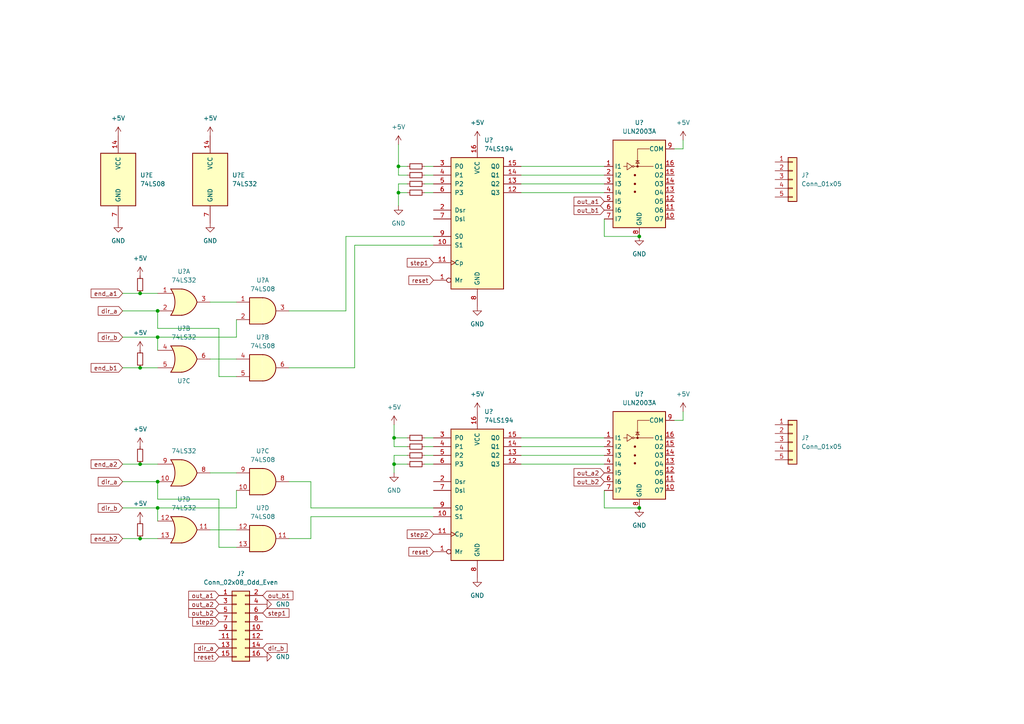
<source format=kicad_sch>
(kicad_sch (version 20211123) (generator eeschema)
  (paper "A4")
  (lib_symbols
    (symbol "74xx:74LS08" (pin_names (offset 1.016))
      (property "Reference" "U" (at 0 1.27 0))
      (property "Value" "74LS08" (at 0 -1.27 0))
      (symbol "74LS08_1_1"
        (arc (start 0 -3.81) (mid 3.81 0) (end 0 3.81) (stroke (width 0.254)) (fill (type background)))
        (polyline (pts (xy 0 3.81) (xy -3.81 3.81) (xy -3.81 -3.81) (xy 0 -3.81)) (stroke (width 0.254)) (fill (type background)))
        (pin input line (at -7.62 2.54 0) (length 3.81) (name "~") (number "1"))
        (pin input line (at -7.62 -2.54 0) (length 3.81) (name "~") (number "2"))
        (pin output line (at 7.62 0 180) (length 3.81) (name "~") (number "3"))
      )
      (symbol "74LS08_1_2"
        (arc (start -3.81 -3.81) (mid -2.589 0) (end -3.81 3.81) (stroke (width 0.254)))
        (arc (start -0.6096 -3.81) (mid 2.1842 -2.5851) (end 3.81 0) (stroke (width 0.254)) (fill (type background)))
        (polyline (pts (xy -3.81 -3.81) (xy -0.635 -3.81)) (stroke (width 0.254)) (fill (type background)))
        (polyline (pts (xy -3.81 3.81) (xy -0.635 3.81)) (stroke (width 0.254)) (fill (type background)))
        (polyline (pts (xy -0.635 3.81) (xy -3.81 3.81) (xy -3.81 3.81) (xy -3.556 3.4036) (xy -3.0226 2.2606) (xy -2.6924 1.0414) (xy -2.6162 -0.254) (xy -2.7686 -1.4986) (xy -3.175 -2.7178) (xy -3.81 -3.81) (xy -3.81 -3.81) (xy -0.635 -3.81)) (stroke (width -25.4)) (fill (type background)))
        (arc (start 3.81 0) (mid 2.1915 2.5936) (end -0.6096 3.81) (stroke (width 0.254)) (fill (type background)))
        (pin input inverted (at -7.62 2.54 0) (length 4.318) (name "~") (number "1"))
        (pin input inverted (at -7.62 -2.54 0) (length 4.318) (name "~") (number "2"))
        (pin output inverted (at 7.62 0 180) (length 3.81) (name "~") (number "3"))
      )
      (symbol "74LS08_2_1"
        (arc (start 0 -3.81) (mid 3.81 0) (end 0 3.81) (stroke (width 0.254)) (fill (type background)))
        (polyline (pts (xy 0 3.81) (xy -3.81 3.81) (xy -3.81 -3.81) (xy 0 -3.81)) (stroke (width 0.254)) (fill (type background)))
        (pin input line (at -7.62 2.54 0) (length 3.81) (name "~") (number "4"))
        (pin input line (at -7.62 -2.54 0) (length 3.81) (name "~") (number "5"))
        (pin output line (at 7.62 0 180) (length 3.81) (name "~") (number "6"))
      )
      (symbol "74LS08_2_2"
        (arc (start -3.81 -3.81) (mid -2.589 0) (end -3.81 3.81) (stroke (width 0.254)))
        (arc (start -0.6096 -3.81) (mid 2.1842 -2.5851) (end 3.81 0) (stroke (width 0.254)) (fill (type background)))
        (polyline (pts (xy -3.81 -3.81) (xy -0.635 -3.81)) (stroke (width 0.254)) (fill (type background)))
        (polyline (pts (xy -3.81 3.81) (xy -0.635 3.81)) (stroke (width 0.254)) (fill (type background)))
        (polyline (pts (xy -0.635 3.81) (xy -3.81 3.81) (xy -3.81 3.81) (xy -3.556 3.4036) (xy -3.0226 2.2606) (xy -2.6924 1.0414) (xy -2.6162 -0.254) (xy -2.7686 -1.4986) (xy -3.175 -2.7178) (xy -3.81 -3.81) (xy -3.81 -3.81) (xy -0.635 -3.81)) (stroke (width -25.4)) (fill (type background)))
        (arc (start 3.81 0) (mid 2.1915 2.5936) (end -0.6096 3.81) (stroke (width 0.254)) (fill (type background)))
        (pin input inverted (at -7.62 2.54 0) (length 4.318) (name "~") (number "4"))
        (pin input inverted (at -7.62 -2.54 0) (length 4.318) (name "~") (number "5"))
        (pin output inverted (at 7.62 0 180) (length 3.81) (name "~") (number "6"))
      )
      (symbol "74LS08_3_1"
        (arc (start 0 -3.81) (mid 3.81 0) (end 0 3.81) (stroke (width 0.254)) (fill (type background)))
        (polyline (pts (xy 0 3.81) (xy -3.81 3.81) (xy -3.81 -3.81) (xy 0 -3.81)) (stroke (width 0.254)) (fill (type background)))
        (pin input line (at -7.62 -2.54 0) (length 3.81) (name "~") (number "10"))
        (pin output line (at 7.62 0 180) (length 3.81) (name "~") (number "8"))
        (pin input line (at -7.62 2.54 0) (length 3.81) (name "~") (number "9"))
      )
      (symbol "74LS08_3_2"
        (arc (start -3.81 -3.81) (mid -2.589 0) (end -3.81 3.81) (stroke (width 0.254)))
        (arc (start -0.6096 -3.81) (mid 2.1842 -2.5851) (end 3.81 0) (stroke (width 0.254)) (fill (type background)))
        (polyline (pts (xy -3.81 -3.81) (xy -0.635 -3.81)) (stroke (width 0.254)) (fill (type background)))
        (polyline (pts (xy -3.81 3.81) (xy -0.635 3.81)) (stroke (width 0.254)) (fill (type background)))
        (polyline (pts (xy -0.635 3.81) (xy -3.81 3.81) (xy -3.81 3.81) (xy -3.556 3.4036) (xy -3.0226 2.2606) (xy -2.6924 1.0414) (xy -2.6162 -0.254) (xy -2.7686 -1.4986) (xy -3.175 -2.7178) (xy -3.81 -3.81) (xy -3.81 -3.81) (xy -0.635 -3.81)) (stroke (width -25.4)) (fill (type background)))
        (arc (start 3.81 0) (mid 2.1915 2.5936) (end -0.6096 3.81) (stroke (width 0.254)) (fill (type background)))
        (pin input inverted (at -7.62 -2.54 0) (length 4.318) (name "~") (number "10"))
        (pin output inverted (at 7.62 0 180) (length 3.81) (name "~") (number "8"))
        (pin input inverted (at -7.62 2.54 0) (length 4.318) (name "~") (number "9"))
      )
      (symbol "74LS08_4_1"
        (arc (start 0 -3.81) (mid 3.81 0) (end 0 3.81) (stroke (width 0.254)) (fill (type background)))
        (polyline (pts (xy 0 3.81) (xy -3.81 3.81) (xy -3.81 -3.81) (xy 0 -3.81)) (stroke (width 0.254)) (fill (type background)))
        (pin output line (at 7.62 0 180) (length 3.81) (name "~") (number "11"))
        (pin input line (at -7.62 2.54 0) (length 3.81) (name "~") (number "12"))
        (pin input line (at -7.62 -2.54 0) (length 3.81) (name "~") (number "13"))
      )
      (symbol "74LS08_4_2"
        (arc (start -3.81 -3.81) (mid -2.589 0) (end -3.81 3.81) (stroke (width 0.254)))
        (arc (start -0.6096 -3.81) (mid 2.1842 -2.5851) (end 3.81 0) (stroke (width 0.254)) (fill (type background)))
        (polyline (pts (xy -3.81 -3.81) (xy -0.635 -3.81)) (stroke (width 0.254)) (fill (type background)))
        (polyline (pts (xy -3.81 3.81) (xy -0.635 3.81)) (stroke (width 0.254)) (fill (type background)))
        (polyline (pts (xy -0.635 3.81) (xy -3.81 3.81) (xy -3.81 3.81) (xy -3.556 3.4036) (xy -3.0226 2.2606) (xy -2.6924 1.0414) (xy -2.6162 -0.254) (xy -2.7686 -1.4986) (xy -3.175 -2.7178) (xy -3.81 -3.81) (xy -3.81 -3.81) (xy -0.635 -3.81)) (stroke (width -25.4)) (fill (type background)))
        (arc (start 3.81 0) (mid 2.1915 2.5936) (end -0.6096 3.81) (stroke (width 0.254)) (fill (type background)))
        (pin output inverted (at 7.62 0 180) (length 3.81) (name "~") (number "11"))
        (pin input inverted (at -7.62 2.54 0) (length 4.318) (name "~") (number "12"))
        (pin input inverted (at -7.62 -2.54 0) (length 4.318) (name "~") (number "13"))
      )
      (symbol "74LS08_5_0"
        (pin power_in line (at 0 12.7 270) (length 5.08) (name "VCC") (number "14"))
        (pin power_in line (at 0 -12.7 90) (length 5.08) (name "GND") (number "7"))
      )
      (symbol "74LS08_5_1"
        (rectangle (start -5.08 7.62) (end 5.08 -7.62) (stroke (width 0.254)) (fill (type background)))
      )
    )
    (symbol "74xx:74LS194" (pin_names (offset 1.016))
      (property "Reference" "U" (at -7.62 19.05 0))
      (property "Value" "74LS194" (at -7.62 -21.59 0))
      (symbol "74LS194_1_0"
        (pin input inverted (at -12.7 -17.78 0) (length 5.08) (name "Mr") (number "1"))
        (pin input line (at -12.7 -7.62 0) (length 5.08) (name "S1") (number "10"))
        (pin input clock (at -12.7 -12.7 0) (length 5.08) (name "Cp") (number "11"))
        (pin output line (at 12.7 7.62 180) (length 5.08) (name "Q3") (number "12"))
        (pin output line (at 12.7 10.16 180) (length 5.08) (name "Q2") (number "13"))
        (pin output line (at 12.7 12.7 180) (length 5.08) (name "Q1") (number "14"))
        (pin output line (at 12.7 15.24 180) (length 5.08) (name "Q0") (number "15"))
        (pin power_in line (at 0 22.86 270) (length 5.08) (name "VCC") (number "16"))
        (pin input line (at -12.7 2.54 0) (length 5.08) (name "Dsr") (number "2"))
        (pin input line (at -12.7 15.24 0) (length 5.08) (name "P0") (number "3"))
        (pin input line (at -12.7 12.7 0) (length 5.08) (name "P1") (number "4"))
        (pin input line (at -12.7 10.16 0) (length 5.08) (name "P2") (number "5"))
        (pin input line (at -12.7 7.62 0) (length 5.08) (name "P3") (number "6"))
        (pin input line (at -12.7 0 0) (length 5.08) (name "Dsl") (number "7"))
        (pin power_in line (at 0 -25.4 90) (length 5.08) (name "GND") (number "8"))
        (pin input line (at -12.7 -5.08 0) (length 5.08) (name "S0") (number "9"))
      )
      (symbol "74LS194_1_1"
        (rectangle (start -7.62 17.78) (end 7.62 -20.32) (stroke (width 0.254)) (fill (type background)))
      )
    )
    (symbol "74xx:74LS32" (pin_names (offset 1.016))
      (property "Reference" "U" (at 0 1.27 0))
      (property "Value" "74LS32" (at 0 -1.27 0))
      (symbol "74LS32_1_1"
        (arc (start -3.81 -3.81) (mid -2.589 0) (end -3.81 3.81) (stroke (width 0.254)))
        (arc (start -0.6096 -3.81) (mid 2.1842 -2.5851) (end 3.81 0) (stroke (width 0.254)) (fill (type background)))
        (polyline (pts (xy -3.81 -3.81) (xy -0.635 -3.81)) (stroke (width 0.254)) (fill (type background)))
        (polyline (pts (xy -3.81 3.81) (xy -0.635 3.81)) (stroke (width 0.254)) (fill (type background)))
        (polyline (pts (xy -0.635 3.81) (xy -3.81 3.81) (xy -3.81 3.81) (xy -3.556 3.4036) (xy -3.0226 2.2606) (xy -2.6924 1.0414) (xy -2.6162 -0.254) (xy -2.7686 -1.4986) (xy -3.175 -2.7178) (xy -3.81 -3.81) (xy -3.81 -3.81) (xy -0.635 -3.81)) (stroke (width -25.4)) (fill (type background)))
        (arc (start 3.81 0) (mid 2.1915 2.5936) (end -0.6096 3.81) (stroke (width 0.254)) (fill (type background)))
        (pin input line (at -7.62 2.54 0) (length 4.318) (name "~") (number "1"))
        (pin input line (at -7.62 -2.54 0) (length 4.318) (name "~") (number "2"))
        (pin output line (at 7.62 0 180) (length 3.81) (name "~") (number "3"))
      )
      (symbol "74LS32_1_2"
        (arc (start 0 -3.81) (mid 3.81 0) (end 0 3.81) (stroke (width 0.254)) (fill (type background)))
        (polyline (pts (xy 0 3.81) (xy -3.81 3.81) (xy -3.81 -3.81) (xy 0 -3.81)) (stroke (width 0.254)) (fill (type background)))
        (pin input inverted (at -7.62 2.54 0) (length 3.81) (name "~") (number "1"))
        (pin input inverted (at -7.62 -2.54 0) (length 3.81) (name "~") (number "2"))
        (pin output inverted (at 7.62 0 180) (length 3.81) (name "~") (number "3"))
      )
      (symbol "74LS32_2_1"
        (arc (start -3.81 -3.81) (mid -2.589 0) (end -3.81 3.81) (stroke (width 0.254)))
        (arc (start -0.6096 -3.81) (mid 2.1842 -2.5851) (end 3.81 0) (stroke (width 0.254)) (fill (type background)))
        (polyline (pts (xy -3.81 -3.81) (xy -0.635 -3.81)) (stroke (width 0.254)) (fill (type background)))
        (polyline (pts (xy -3.81 3.81) (xy -0.635 3.81)) (stroke (width 0.254)) (fill (type background)))
        (polyline (pts (xy -0.635 3.81) (xy -3.81 3.81) (xy -3.81 3.81) (xy -3.556 3.4036) (xy -3.0226 2.2606) (xy -2.6924 1.0414) (xy -2.6162 -0.254) (xy -2.7686 -1.4986) (xy -3.175 -2.7178) (xy -3.81 -3.81) (xy -3.81 -3.81) (xy -0.635 -3.81)) (stroke (width -25.4)) (fill (type background)))
        (arc (start 3.81 0) (mid 2.1915 2.5936) (end -0.6096 3.81) (stroke (width 0.254)) (fill (type background)))
        (pin input line (at -7.62 2.54 0) (length 4.318) (name "~") (number "4"))
        (pin input line (at -7.62 -2.54 0) (length 4.318) (name "~") (number "5"))
        (pin output line (at 7.62 0 180) (length 3.81) (name "~") (number "6"))
      )
      (symbol "74LS32_2_2"
        (arc (start 0 -3.81) (mid 3.81 0) (end 0 3.81) (stroke (width 0.254)) (fill (type background)))
        (polyline (pts (xy 0 3.81) (xy -3.81 3.81) (xy -3.81 -3.81) (xy 0 -3.81)) (stroke (width 0.254)) (fill (type background)))
        (pin input inverted (at -7.62 2.54 0) (length 3.81) (name "~") (number "4"))
        (pin input inverted (at -7.62 -2.54 0) (length 3.81) (name "~") (number "5"))
        (pin output inverted (at 7.62 0 180) (length 3.81) (name "~") (number "6"))
      )
      (symbol "74LS32_3_1"
        (arc (start -3.81 -3.81) (mid -2.589 0) (end -3.81 3.81) (stroke (width 0.254)))
        (arc (start -0.6096 -3.81) (mid 2.1842 -2.5851) (end 3.81 0) (stroke (width 0.254)) (fill (type background)))
        (polyline (pts (xy -3.81 -3.81) (xy -0.635 -3.81)) (stroke (width 0.254)) (fill (type background)))
        (polyline (pts (xy -3.81 3.81) (xy -0.635 3.81)) (stroke (width 0.254)) (fill (type background)))
        (polyline (pts (xy -0.635 3.81) (xy -3.81 3.81) (xy -3.81 3.81) (xy -3.556 3.4036) (xy -3.0226 2.2606) (xy -2.6924 1.0414) (xy -2.6162 -0.254) (xy -2.7686 -1.4986) (xy -3.175 -2.7178) (xy -3.81 -3.81) (xy -3.81 -3.81) (xy -0.635 -3.81)) (stroke (width -25.4)) (fill (type background)))
        (arc (start 3.81 0) (mid 2.1915 2.5936) (end -0.6096 3.81) (stroke (width 0.254)) (fill (type background)))
        (pin input line (at -7.62 -2.54 0) (length 4.318) (name "~") (number "10"))
        (pin output line (at 7.62 0 180) (length 3.81) (name "~") (number "8"))
        (pin input line (at -7.62 2.54 0) (length 4.318) (name "~") (number "9"))
      )
      (symbol "74LS32_3_2"
        (arc (start 0 -3.81) (mid 3.81 0) (end 0 3.81) (stroke (width 0.254)) (fill (type background)))
        (polyline (pts (xy 0 3.81) (xy -3.81 3.81) (xy -3.81 -3.81) (xy 0 -3.81)) (stroke (width 0.254)) (fill (type background)))
        (pin input inverted (at -7.62 -2.54 0) (length 3.81) (name "~") (number "10"))
        (pin output inverted (at 7.62 0 180) (length 3.81) (name "~") (number "8"))
        (pin input inverted (at -7.62 2.54 0) (length 3.81) (name "~") (number "9"))
      )
      (symbol "74LS32_4_1"
        (arc (start -3.81 -3.81) (mid -2.589 0) (end -3.81 3.81) (stroke (width 0.254)))
        (arc (start -0.6096 -3.81) (mid 2.1842 -2.5851) (end 3.81 0) (stroke (width 0.254)) (fill (type background)))
        (polyline (pts (xy -3.81 -3.81) (xy -0.635 -3.81)) (stroke (width 0.254)) (fill (type background)))
        (polyline (pts (xy -3.81 3.81) (xy -0.635 3.81)) (stroke (width 0.254)) (fill (type background)))
        (polyline (pts (xy -0.635 3.81) (xy -3.81 3.81) (xy -3.81 3.81) (xy -3.556 3.4036) (xy -3.0226 2.2606) (xy -2.6924 1.0414) (xy -2.6162 -0.254) (xy -2.7686 -1.4986) (xy -3.175 -2.7178) (xy -3.81 -3.81) (xy -3.81 -3.81) (xy -0.635 -3.81)) (stroke (width -25.4)) (fill (type background)))
        (arc (start 3.81 0) (mid 2.1915 2.5936) (end -0.6096 3.81) (stroke (width 0.254)) (fill (type background)))
        (pin output line (at 7.62 0 180) (length 3.81) (name "~") (number "11"))
        (pin input line (at -7.62 2.54 0) (length 4.318) (name "~") (number "12"))
        (pin input line (at -7.62 -2.54 0) (length 4.318) (name "~") (number "13"))
      )
      (symbol "74LS32_4_2"
        (arc (start 0 -3.81) (mid 3.81 0) (end 0 3.81) (stroke (width 0.254)) (fill (type background)))
        (polyline (pts (xy 0 3.81) (xy -3.81 3.81) (xy -3.81 -3.81) (xy 0 -3.81)) (stroke (width 0.254)) (fill (type background)))
        (pin output inverted (at 7.62 0 180) (length 3.81) (name "~") (number "11"))
        (pin input inverted (at -7.62 2.54 0) (length 3.81) (name "~") (number "12"))
        (pin input inverted (at -7.62 -2.54 0) (length 3.81) (name "~") (number "13"))
      )
      (symbol "74LS32_5_0"
        (pin power_in line (at 0 12.7 270) (length 5.08) (name "VCC") (number "14"))
        (pin power_in line (at 0 -12.7 90) (length 5.08) (name "GND") (number "7"))
      )
      (symbol "74LS32_5_1"
        (rectangle (start -5.08 7.62) (end 5.08 -7.62) (stroke (width 0.254)) (fill (type background)))
      )
    )
    (symbol "Connector_Generic:Conn_01x05" (pin_names (offset 1.016) hide)
      (property "Reference" "J" (at 0 7.62 0))
      (property "Value" "Conn_01x05" (at 0 -7.62 0))
      (symbol "Conn_01x05_1_1"
        (rectangle (start -1.27 -4.953) (end 0 -5.207) (stroke (width 0.1524)))
        (rectangle (start -1.27 -2.413) (end 0 -2.667) (stroke (width 0.1524)))
        (rectangle (start -1.27 0.127) (end 0 -0.127) (stroke (width 0.1524)))
        (rectangle (start -1.27 2.667) (end 0 2.413) (stroke (width 0.1524)))
        (rectangle (start -1.27 5.207) (end 0 4.953) (stroke (width 0.1524)))
        (rectangle (start -1.27 6.35) (end 1.27 -6.35) (stroke (width 0.254)) (fill (type background)))
        (pin passive line (at -5.08 5.08 0) (length 3.81) (name "Pin_1") (number "1"))
        (pin passive line (at -5.08 2.54 0) (length 3.81) (name "Pin_2") (number "2"))
        (pin passive line (at -5.08 0 0) (length 3.81) (name "Pin_3") (number "3"))
        (pin passive line (at -5.08 -2.54 0) (length 3.81) (name "Pin_4") (number "4"))
        (pin passive line (at -5.08 -5.08 0) (length 3.81) (name "Pin_5") (number "5"))
      )
    )
    (symbol "Connector_Generic:Conn_02x08_Odd_Even" (pin_names (offset 1.016) hide)
      (property "Reference" "J" (at 1.27 10.16 0))
      (property "Value" "Conn_02x08_Odd_Even" (at 1.27 -12.7 0))
      (symbol "Conn_02x08_Odd_Even_1_1"
        (rectangle (start -1.27 -10.033) (end 0 -10.287) (stroke (width 0.1524)))
        (rectangle (start -1.27 -7.493) (end 0 -7.747) (stroke (width 0.1524)))
        (rectangle (start -1.27 -4.953) (end 0 -5.207) (stroke (width 0.1524)))
        (rectangle (start -1.27 -2.413) (end 0 -2.667) (stroke (width 0.1524)))
        (rectangle (start -1.27 0.127) (end 0 -0.127) (stroke (width 0.1524)))
        (rectangle (start -1.27 2.667) (end 0 2.413) (stroke (width 0.1524)))
        (rectangle (start -1.27 5.207) (end 0 4.953) (stroke (width 0.1524)))
        (rectangle (start -1.27 7.747) (end 0 7.493) (stroke (width 0.1524)))
        (rectangle (start -1.27 8.89) (end 3.81 -11.43) (stroke (width 0.254)) (fill (type background)))
        (rectangle (start 3.81 -10.033) (end 2.54 -10.287) (stroke (width 0.1524)))
        (rectangle (start 3.81 -7.493) (end 2.54 -7.747) (stroke (width 0.1524)))
        (rectangle (start 3.81 -4.953) (end 2.54 -5.207) (stroke (width 0.1524)))
        (rectangle (start 3.81 -2.413) (end 2.54 -2.667) (stroke (width 0.1524)))
        (rectangle (start 3.81 0.127) (end 2.54 -0.127) (stroke (width 0.1524)))
        (rectangle (start 3.81 2.667) (end 2.54 2.413) (stroke (width 0.1524)))
        (rectangle (start 3.81 5.207) (end 2.54 4.953) (stroke (width 0.1524)))
        (rectangle (start 3.81 7.747) (end 2.54 7.493) (stroke (width 0.1524)))
        (pin passive line (at -5.08 7.62 0) (length 3.81) (name "Pin_1") (number "1"))
        (pin passive line (at 7.62 -2.54 180) (length 3.81) (name "Pin_10") (number "10"))
        (pin passive line (at -5.08 -5.08 0) (length 3.81) (name "Pin_11") (number "11"))
        (pin passive line (at 7.62 -5.08 180) (length 3.81) (name "Pin_12") (number "12"))
        (pin passive line (at -5.08 -7.62 0) (length 3.81) (name "Pin_13") (number "13"))
        (pin passive line (at 7.62 -7.62 180) (length 3.81) (name "Pin_14") (number "14"))
        (pin passive line (at -5.08 -10.16 0) (length 3.81) (name "Pin_15") (number "15"))
        (pin passive line (at 7.62 -10.16 180) (length 3.81) (name "Pin_16") (number "16"))
        (pin passive line (at 7.62 7.62 180) (length 3.81) (name "Pin_2") (number "2"))
        (pin passive line (at -5.08 5.08 0) (length 3.81) (name "Pin_3") (number "3"))
        (pin passive line (at 7.62 5.08 180) (length 3.81) (name "Pin_4") (number "4"))
        (pin passive line (at -5.08 2.54 0) (length 3.81) (name "Pin_5") (number "5"))
        (pin passive line (at 7.62 2.54 180) (length 3.81) (name "Pin_6") (number "6"))
        (pin passive line (at -5.08 0 0) (length 3.81) (name "Pin_7") (number "7"))
        (pin passive line (at 7.62 0 180) (length 3.81) (name "Pin_8") (number "8"))
        (pin passive line (at -5.08 -2.54 0) (length 3.81) (name "Pin_9") (number "9"))
      )
    )
    (symbol "Device:R_Small" (pin_numbers hide) (pin_names (offset 0.254) hide)
      (property "Reference" "R" (at 0.762 0.508 0))
      (property "Value" "R_Small" (at 0.762 -1.016 0))
      (symbol "R_Small_0_1"
        (rectangle (start -0.762 1.778) (end 0.762 -1.778) (stroke (width 0.2032)))
      )
      (symbol "R_Small_1_1"
        (pin passive line (at 0 2.54 270) (length 0.762) (name "~") (number "1"))
        (pin passive line (at 0 -2.54 90) (length 0.762) (name "~") (number "2"))
      )
    )
    (symbol "Transistor_Array:ULN2003A"
      (property "Reference" "U" (at 0 15.875 0))
      (property "Value" "ULN2003A" (at 0 13.97 0))
      (symbol "ULN2003A_0_1"
        (rectangle (start -7.62 -12.7) (end 7.62 12.7) (stroke (width 0.254)) (fill (type background)))
        (circle (center -1.778 5.08) (radius 0.254))
        (circle (center -1.27 -2.286) (radius 0.254) (fill (type outline)))
        (circle (center -1.27 0) (radius 0.254) (fill (type outline)))
        (circle (center -1.27 2.54) (radius 0.254) (fill (type outline)))
        (circle (center -0.508 5.08) (radius 0.254) (fill (type outline)))
        (polyline (pts (xy -4.572 5.08) (xy -3.556 5.08)))
        (polyline (pts (xy -1.524 5.08) (xy 4.064 5.08)))
        (polyline (pts (xy 0 6.731) (xy -1.016 6.731)))
        (polyline (pts (xy -0.508 5.08) (xy -0.508 10.16) (xy 2.921 10.16)))
        (polyline (pts (xy -3.556 6.096) (xy -3.556 4.064) (xy -2.032 5.08) (xy -3.556 6.096)))
        (polyline (pts (xy 0 5.969) (xy -1.016 5.969) (xy -0.508 6.731) (xy 0 5.969)))
      )
      (symbol "ULN2003A_1_1"
        (pin input line (at -10.16 5.08 0) (length 2.54) (name "I1") (number "1"))
        (pin open_collector line (at 10.16 -10.16 180) (length 2.54) (name "O7") (number "10"))
        (pin open_collector line (at 10.16 -7.62 180) (length 2.54) (name "O6") (number "11"))
        (pin open_collector line (at 10.16 -5.08 180) (length 2.54) (name "O5") (number "12"))
        (pin open_collector line (at 10.16 -2.54 180) (length 2.54) (name "O4") (number "13"))
        (pin open_collector line (at 10.16 0 180) (length 2.54) (name "O3") (number "14"))
        (pin open_collector line (at 10.16 2.54 180) (length 2.54) (name "O2") (number "15"))
        (pin open_collector line (at 10.16 5.08 180) (length 2.54) (name "O1") (number "16"))
        (pin input line (at -10.16 2.54 0) (length 2.54) (name "I2") (number "2"))
        (pin input line (at -10.16 0 0) (length 2.54) (name "I3") (number "3"))
        (pin input line (at -10.16 -2.54 0) (length 2.54) (name "I4") (number "4"))
        (pin input line (at -10.16 -5.08 0) (length 2.54) (name "I5") (number "5"))
        (pin input line (at -10.16 -7.62 0) (length 2.54) (name "I6") (number "6"))
        (pin input line (at -10.16 -10.16 0) (length 2.54) (name "I7") (number "7"))
        (pin power_in line (at 0 -15.24 90) (length 2.54) (name "GND") (number "8"))
        (pin passive line (at 10.16 10.16 180) (length 2.54) (name "COM") (number "9"))
      )
    )
    (symbol "power:+5V" (power) (pin_names (offset 0))
      (property "Value" "+5V" (at 0 3.556 0))
      (symbol "+5V_0_1"
        (polyline (pts (xy -0.762 1.27) (xy 0 2.54)))
        (polyline (pts (xy 0 0) (xy 0 2.54)))
        (polyline (pts (xy 0 2.54) (xy 0.762 1.27)))
      )
      (symbol "+5V_1_1"
        (pin power_in line (at 0 0 90) (length 0) hide (name "+5V") (number "1"))
      )
    )
    (symbol "power:GND" (power) (pin_names (offset 0))
      (property "Value" "GND" (at 0 -3.81 0))
      (symbol "GND_0_1"
        (polyline (pts (xy 0 0) (xy 0 -1.27) (xy 1.27 -1.27) (xy 0 -2.54) (xy -1.27 -1.27) (xy 0 -1.27)))
      )
      (symbol "GND_1_1"
        (pin power_in line (at 0 0 270) (length 0) hide (name "GND") (number "1"))
      )
    )
  )
  (junction (at 114.3 127))
  (junction (at 40.64 156.21))
  (junction (at 40.64 106.68))
  (junction (at 40.64 85.09))
  (junction (at 115.57 55.88))
  (junction (at 45.72 90.17))
  (junction (at 45.72 139.7))
  (junction (at 114.3 134.62))
  (junction (at 45.72 97.79))
  (junction (at 45.72 147.32))
  (junction (at 115.57 48.26))
  (junction (at 185.42 68.58))
  (junction (at 40.64 134.62))
  (junction (at 185.42 147.32))
  (wire (pts (xy 118.11 53.34) (xy 115.57 53.34)))
  (wire (pts (xy 151.13 50.8) (xy 175.26 50.8)))
  (wire (pts (xy 90.17 139.7) (xy 90.17 147.32)))
  (wire (pts (xy 60.96 87.63) (xy 68.58 87.63)))
  (wire (pts (xy 35.56 106.68) (xy 40.64 106.68)))
  (wire (pts (xy 40.64 134.62) (xy 45.72 134.62)))
  (wire (pts (xy 63.5 109.22) (xy 63.5 95.25)))
  (wire (pts (xy 35.56 97.79) (xy 45.72 97.79)))
  (wire (pts (xy 123.19 127) (xy 125.73 127)))
  (wire (pts (xy 118.11 55.88) (xy 115.57 55.88)))
  (wire (pts (xy 35.56 139.7) (xy 45.72 139.7)))
  (wire (pts (xy 118.11 50.8) (xy 115.57 50.8)))
  (wire (pts (xy 195.58 43.18) (xy 198.12 43.18)))
  (wire (pts (xy 35.56 134.62) (xy 40.64 134.62)))
  (wire (pts (xy 151.13 134.62) (xy 175.26 134.62)))
  (wire (pts (xy 198.12 43.18) (xy 198.12 40.64)))
  (wire (pts (xy 151.13 55.88) (xy 175.26 55.88)))
  (wire (pts (xy 115.57 55.88) (xy 115.57 59.69)))
  (wire (pts (xy 90.17 149.86) (xy 125.73 149.86)))
  (wire (pts (xy 63.5 144.78) (xy 45.72 144.78)))
  (wire (pts (xy 63.5 95.25) (xy 45.72 95.25)))
  (wire (pts (xy 114.3 127) (xy 118.11 127)))
  (wire (pts (xy 68.58 147.32) (xy 45.72 147.32)))
  (wire (pts (xy 114.3 134.62) (xy 118.11 134.62)))
  (wire (pts (xy 175.26 68.58) (xy 185.42 68.58)))
  (wire (pts (xy 114.3 134.62) (xy 114.3 137.16)))
  (wire (pts (xy 118.11 132.08) (xy 114.3 132.08)))
  (wire (pts (xy 83.82 90.17) (xy 100.33 90.17)))
  (wire (pts (xy 151.13 53.34) (xy 175.26 53.34)))
  (wire (pts (xy 35.56 90.17) (xy 45.72 90.17)))
  (wire (pts (xy 195.58 121.92) (xy 198.12 121.92)))
  (wire (pts (xy 118.11 48.26) (xy 115.57 48.26)))
  (wire (pts (xy 114.3 127) (xy 114.3 123.19)))
  (wire (pts (xy 102.87 71.12) (xy 125.73 71.12)))
  (wire (pts (xy 68.58 92.71) (xy 68.58 97.79)))
  (wire (pts (xy 125.73 129.54) (xy 123.19 129.54)))
  (wire (pts (xy 63.5 158.75) (xy 63.5 144.78)))
  (wire (pts (xy 45.72 95.25) (xy 45.72 90.17)))
  (wire (pts (xy 45.72 144.78) (xy 45.72 139.7)))
  (wire (pts (xy 35.56 156.21) (xy 40.64 156.21)))
  (wire (pts (xy 68.58 109.22) (xy 63.5 109.22)))
  (wire (pts (xy 45.72 151.13) (xy 45.72 147.32)))
  (wire (pts (xy 100.33 68.58) (xy 125.73 68.58)))
  (wire (pts (xy 114.3 129.54) (xy 114.3 127)))
  (wire (pts (xy 125.73 48.26) (xy 123.19 48.26)))
  (wire (pts (xy 125.73 55.88) (xy 123.19 55.88)))
  (wire (pts (xy 114.3 132.08) (xy 114.3 134.62)))
  (wire (pts (xy 175.26 63.5) (xy 175.26 68.58)))
  (wire (pts (xy 151.13 48.26) (xy 175.26 48.26)))
  (wire (pts (xy 151.13 127) (xy 175.26 127)))
  (wire (pts (xy 102.87 106.68) (xy 102.87 71.12)))
  (wire (pts (xy 35.56 85.09) (xy 40.64 85.09)))
  (wire (pts (xy 40.64 85.09) (xy 45.72 85.09)))
  (wire (pts (xy 40.64 106.68) (xy 45.72 106.68)))
  (wire (pts (xy 60.96 104.14) (xy 68.58 104.14)))
  (wire (pts (xy 125.73 132.08) (xy 123.19 132.08)))
  (wire (pts (xy 45.72 147.32) (xy 35.56 147.32)))
  (wire (pts (xy 118.11 129.54) (xy 114.3 129.54)))
  (wire (pts (xy 151.13 129.54) (xy 175.26 129.54)))
  (wire (pts (xy 115.57 41.91) (xy 115.57 48.26)))
  (wire (pts (xy 115.57 48.26) (xy 115.57 50.8)))
  (wire (pts (xy 83.82 156.21) (xy 90.17 156.21)))
  (wire (pts (xy 40.64 156.21) (xy 45.72 156.21)))
  (wire (pts (xy 60.96 153.67) (xy 68.58 153.67)))
  (wire (pts (xy 83.82 139.7) (xy 90.17 139.7)))
  (wire (pts (xy 125.73 50.8) (xy 123.19 50.8)))
  (wire (pts (xy 115.57 53.34) (xy 115.57 55.88)))
  (wire (pts (xy 60.96 137.16) (xy 68.58 137.16)))
  (wire (pts (xy 125.73 53.34) (xy 123.19 53.34)))
  (wire (pts (xy 83.82 106.68) (xy 102.87 106.68)))
  (wire (pts (xy 198.12 121.92) (xy 198.12 119.38)))
  (wire (pts (xy 68.58 97.79) (xy 45.72 97.79)))
  (wire (pts (xy 90.17 156.21) (xy 90.17 149.86)))
  (wire (pts (xy 68.58 142.24) (xy 68.58 147.32)))
  (wire (pts (xy 68.58 158.75) (xy 63.5 158.75)))
  (wire (pts (xy 151.13 132.08) (xy 175.26 132.08)))
  (wire (pts (xy 100.33 90.17) (xy 100.33 68.58)))
  (wire (pts (xy 123.19 134.62) (xy 125.73 134.62)))
  (wire (pts (xy 45.72 97.79) (xy 45.72 101.6)))
  (wire (pts (xy 90.17 147.32) (xy 125.73 147.32)))
  (wire (pts (xy 175.26 142.24) (xy 175.26 147.32)))
  (wire (pts (xy 175.26 147.32) (xy 185.42 147.32)))
  (global_label "end_b2" (shape input) (at 35.56 156.21 180) (property "Intersheet References" "${INTERSHEET_REFS}" (effects hide)))
  (global_label "dir_b" (shape input) (at 76.2 187.96 0) (property "Intersheet References" "${INTERSHEET_REFS}" (effects hide)))
  (global_label "out_a2" (shape input) (at 63.5 175.26 180) (property "Intersheet References" "${INTERSHEET_REFS}" (effects hide)))
  (global_label "out_a2" (shape input) (at 175.26 137.16 180) (property "Intersheet References" "${INTERSHEET_REFS}" (effects hide)))
  (global_label "reset" (shape input) (at 125.73 160.02 180) (property "Intersheet References" "${INTERSHEET_REFS}" (effects hide)))
  (global_label "step1" (shape input) (at 125.73 76.2 180) (property "Intersheet References" "${INTERSHEET_REFS}" (effects hide)))
  (global_label "dir_a" (shape input) (at 63.5 187.96 180) (property "Intersheet References" "${INTERSHEET_REFS}" (effects hide)))
  (global_label "dir_b" (shape input) (at 35.56 147.32 180) (property "Intersheet References" "${INTERSHEET_REFS}" (effects hide)))
  (global_label "out_a1" (shape input) (at 63.5 172.72 180) (property "Intersheet References" "${INTERSHEET_REFS}" (effects hide)))
  (global_label "end_a1" (shape input) (at 35.56 85.09 180) (property "Intersheet References" "${INTERSHEET_REFS}" (effects hide)))
  (global_label "out_a1" (shape input) (at 175.26 58.42 180) (property "Intersheet References" "${INTERSHEET_REFS}" (effects hide)))
  (global_label "end_b1" (shape input) (at 35.56 106.68 180) (property "Intersheet References" "${INTERSHEET_REFS}" (effects hide)))
  (global_label "dir_b" (shape input) (at 35.56 97.79 180) (property "Intersheet References" "${INTERSHEET_REFS}" (effects hide)))
  (global_label "end_a2" (shape input) (at 35.56 134.62 180) (property "Intersheet References" "${INTERSHEET_REFS}" (effects hide)))
  (global_label "out_b1" (shape input) (at 175.26 60.96 180) (property "Intersheet References" "${INTERSHEET_REFS}" (effects hide)))
  (global_label "step2" (shape input) (at 63.5 180.34 180) (property "Intersheet References" "${INTERSHEET_REFS}" (effects hide)))
  (global_label "step1" (shape input) (at 76.2 177.8 0) (property "Intersheet References" "${INTERSHEET_REFS}" (effects hide)))
  (global_label "out_b1" (shape input) (at 76.2 172.72 0) (property "Intersheet References" "${INTERSHEET_REFS}" (effects hide)))
  (global_label "dir_a" (shape input) (at 35.56 139.7 180) (property "Intersheet References" "${INTERSHEET_REFS}" (effects hide)))
  (global_label "dir_a" (shape input) (at 35.56 90.17 180) (property "Intersheet References" "${INTERSHEET_REFS}" (effects hide)))
  (global_label "reset" (shape input) (at 63.5 190.5 180) (property "Intersheet References" "${INTERSHEET_REFS}" (effects hide)))
  (global_label "reset" (shape input) (at 125.73 81.28 180) (property "Intersheet References" "${INTERSHEET_REFS}" (effects hide)))
  (global_label "out_b2" (shape input) (at 63.5 177.8 180) (property "Intersheet References" "${INTERSHEET_REFS}" (effects hide)))
  (global_label "out_b2" (shape input) (at 175.26 139.7 180) (property "Intersheet References" "${INTERSHEET_REFS}" (effects hide)))
  (global_label "step2" (shape input) (at 125.73 154.94 180) (property "Intersheet References" "${INTERSHEET_REFS}" (effects hide)))
  (symbol (lib_id "power:GND") (at 76.2 190.5 90) (unit 1)
    (property "Reference" "#PWR?" (effects hide))
    (property "Value" "GND" (at 80.01 190.4999 90) (effects (justify right)))
  )
  (symbol (lib_id "Device:R_Small") (at 120.65 127 90) (unit 1)
    (property "Reference" "R?" (effects hide))
    (property "Value" "1K" (effects hide))
    (property "Footprint" "Resistor_SMD:R_0603_1608Metric" (effects hide))
  )
  (symbol (lib_id "74xx:74LS08") (at 76.2 156.21 0) (unit 4)
    (property "Reference" "U?" (at 76.2 147.32 0))
    (property "Value" "74LS08" (at 76.2 149.86 0))
    (property "Datasheet" "http://www.ti.com/lit/gpn/sn74LS08" (effects hide))
  )
  (symbol (lib_id "74xx:74LS32") (at 53.34 104.14 0) (unit 2)
    (property "Reference" "U?" (at 53.34 95.25 0))
    (property "Value" "74LS32" (at 53.34 97.79 0))
    (property "Datasheet" "http://www.ti.com/lit/gpn/sn74LS32" (effects hide))
  )
  (symbol (lib_id "power:GND") (at 138.43 167.64 0) (unit 1)
    (property "Reference" "#PWR?" (effects hide))
    (property "Value" "GND" (at 138.43 172.72 0))
  )
  (symbol (lib_id "power:+5V") (at 60.96 39.37 0) (unit 1)
    (property "Reference" "#PWR?" (effects hide))
    (property "Value" "+5V" (at 60.96 34.29 0))
  )
  (symbol (lib_id "Device:R_Small") (at 120.65 48.26 90) (unit 1)
    (property "Reference" "R?" (effects hide))
    (property "Value" "1K" (effects hide))
    (property "Footprint" "Resistor_SMD:R_0603_1608Metric" (effects hide))
  )
  (symbol (lib_id "Device:R_Small") (at 40.64 132.08 180) (unit 1)
    (property "Reference" "R?" (effects hide))
    (property "Value" "1K" (effects hide))
    (property "Footprint" "Resistor_SMD:R_0603_1608Metric" (effects hide))
  )
  (symbol (lib_id "Connector_Generic:Conn_01x05") (at 229.87 128.27 0) (unit 1)
    (property "Reference" "J?" (at 232.41 126.9999 0) (effects (justify left)))
    (property "Value" "Conn_01x05" (at 232.41 129.5399 0) (effects (justify left)))
    (property "Footprint" "Connector_JST:JST_XH_B5B-XH-AM_1x05_P2.50mm_Vertical" (effects hide))
  )
  (symbol (lib_id "74xx:74LS32") (at 53.34 153.67 0) (unit 4)
    (property "Reference" "U?" (at 53.34 144.78 0))
    (property "Value" "74LS32" (at 53.34 147.32 0))
    (property "Datasheet" "http://www.ti.com/lit/gpn/sn74LS32" (effects hide))
  )
  (symbol (lib_id "power:+5V") (at 114.3 123.19 0) (unit 1)
    (property "Reference" "#PWR?" (effects hide))
    (property "Value" "+5V" (at 114.3 118.11 0))
  )
  (symbol (lib_id "power:+5V") (at 40.64 101.6 0) (unit 1)
    (property "Reference" "#PWR?" (effects hide))
    (property "Value" "+5V" (at 40.64 96.52 0))
  )
  (symbol (lib_id "Device:R_Small") (at 120.65 134.62 90) (unit 1)
    (property "Reference" "R?" (effects hide))
    (property "Value" "1k" (effects hide))
    (property "Footprint" "Resistor_SMD:R_0603_1608Metric" (effects hide))
  )
  (symbol (lib_id "Connector_Generic:Conn_02x08_Odd_Even") (at 68.58 180.34 0) (unit 1)
    (property "Reference" "J?" (at 69.85 166.37 0))
    (property "Value" "Conn_02x08_Odd_Even" (at 69.85 168.91 0))
    (property "Footprint" "Connector_PinHeader_2.54mm:PinHeader_2x08_P2.54mm_Vertical" (effects hide))
  )
  (symbol (lib_id "power:GND") (at 138.43 88.9 0) (unit 1)
    (property "Reference" "#PWR?" (effects hide))
    (property "Value" "GND" (at 138.43 93.98 0))
  )
  (symbol (lib_id "power:+5V") (at 198.12 40.64 0) (unit 1)
    (property "Reference" "#PWR?" (effects hide))
    (property "Value" "+5V" (at 198.12 35.56 0))
  )
  (symbol (lib_id "power:+5V") (at 40.64 80.01 0) (unit 1)
    (property "Reference" "#PWR?" (effects hide))
    (property "Value" "+5V" (at 40.64 74.93 0))
  )
  (symbol (lib_id "Device:R_Small") (at 120.65 53.34 90) (unit 1)
    (property "Reference" "R?" (effects hide))
    (property "Value" "1k" (effects hide))
    (property "Footprint" "Resistor_SMD:R_0603_1608Metric" (effects hide))
  )
  (symbol (lib_id "power:GND") (at 34.29 64.77 0) (unit 1)
    (property "Reference" "#PWR?" (effects hide))
    (property "Value" "GND" (at 34.29 69.85 0))
  )
  (symbol (lib_id "Device:R_Small") (at 40.64 153.67 180) (unit 1)
    (property "Reference" "R?" (effects hide))
    (property "Value" "1K" (effects hide))
    (property "Footprint" "Resistor_SMD:R_0603_1608Metric" (effects hide))
  )
  (symbol (lib_id "74xx:74LS08") (at 34.29 52.07 0) (unit 5)
    (property "Reference" "U?" (at 40.64 50.7999 0) (effects (justify left)))
    (property "Value" "74LS08" (at 40.64 53.3399 0) (effects (justify left)))
    (property "Datasheet" "http://www.ti.com/lit/gpn/sn74LS08" (effects hide))
  )
  (symbol (lib_id "74xx:74LS08") (at 76.2 139.7 0) (unit 3)
    (property "Reference" "U?" (at 76.2 130.81 0))
    (property "Value" "74LS08" (at 76.2 133.35 0))
    (property "Datasheet" "http://www.ti.com/lit/gpn/sn74LS08" (effects hide))
  )
  (symbol (lib_id "Device:R_Small") (at 120.65 132.08 90) (unit 1)
    (property "Reference" "R?" (effects hide))
    (property "Value" "1k" (effects hide))
    (property "Footprint" "Resistor_SMD:R_0603_1608Metric" (effects hide))
  )
  (symbol (lib_id "power:+5V") (at 34.29 39.37 0) (unit 1)
    (property "Reference" "#PWR?" (effects hide))
    (property "Value" "+5V" (at 34.29 34.29 0))
  )
  (symbol (lib_id "Device:R_Small") (at 40.64 104.14 180) (unit 1)
    (property "Reference" "R?" (effects hide))
    (property "Value" "1K" (effects hide))
    (property "Footprint" "Resistor_SMD:R_0603_1608Metric" (effects hide))
  )
  (symbol (lib_id "74xx:74LS32") (at 53.34 87.63 0) (unit 1)
    (property "Reference" "U?" (at 53.34 78.74 0))
    (property "Value" "74LS32" (at 53.34 81.28 0))
    (property "Datasheet" "http://www.ti.com/lit/gpn/sn74LS32" (effects hide))
  )
  (symbol (lib_id "power:+5V") (at 138.43 40.64 0) (unit 1)
    (property "Reference" "#PWR?" (effects hide))
    (property "Value" "+5V" (at 138.43 35.56 0))
  )
  (symbol (lib_id "power:GND") (at 60.96 64.77 0) (unit 1)
    (property "Reference" "#PWR?" (effects hide))
    (property "Value" "GND" (at 60.96 69.85 0))
  )
  (symbol (lib_id "Transistor_Array:ULN2003A") (at 185.42 132.08 0) (unit 1)
    (property "Reference" "U?" (at 185.42 114.3 0))
    (property "Value" "ULN2003A" (at 185.42 116.84 0))
    (property "Footprint" "Package_SO:SOIC-16_3.9x9.9mm_P1.27mm" (effects hide))
    (property "Datasheet" "http://www.ti.com/lit/ds/symlink/uln2003a.pdf" (effects hide))
  )
  (symbol (lib_id "power:+5V") (at 115.57 41.91 0) (unit 1)
    (property "Reference" "#PWR?" (effects hide))
    (property "Value" "+5V" (at 115.57 36.83 0))
  )
  (symbol (lib_id "Transistor_Array:ULN2003A") (at 185.42 53.34 0) (unit 1)
    (property "Reference" "U?" (at 185.42 35.56 0))
    (property "Value" "ULN2003A" (at 185.42 38.1 0))
    (property "Footprint" "Package_SO:SOIC-16_3.9x9.9mm_P1.27mm" (effects hide))
    (property "Datasheet" "http://www.ti.com/lit/ds/symlink/uln2003a.pdf" (effects hide))
  )
  (symbol (lib_id "74xx:74LS08") (at 76.2 90.17 0) (unit 1)
    (property "Reference" "U?" (at 76.2 81.28 0))
    (property "Value" "74LS08" (at 76.2 83.82 0))
    (property "Datasheet" "http://www.ti.com/lit/gpn/sn74LS08" (effects hide))
  )
  (symbol (lib_id "power:GND") (at 185.42 147.32 0) (unit 1)
    (property "Reference" "#PWR?" (effects hide))
    (property "Value" "GND" (at 185.42 152.4 0))
  )
  (symbol (lib_id "74xx:74LS194") (at 138.43 63.5 0) (unit 1)
    (property "Reference" "U?" (at 140.4494 40.64 0) (effects (justify left)))
    (property "Value" "74LS194" (at 140.4494 43.18 0) (effects (justify left)))
    (property "Datasheet" "http://www.ti.com/lit/gpn/sn74LS194" (effects hide))
  )
  (symbol (lib_id "power:+5V") (at 40.64 129.54 0) (unit 1)
    (property "Reference" "#PWR?" (effects hide))
    (property "Value" "+5V" (at 40.64 124.46 0))
  )
  (symbol (lib_id "74xx:74LS194") (at 138.43 142.24 0) (unit 1)
    (property "Reference" "U?" (at 140.4494 119.38 0) (effects (justify left)))
    (property "Value" "74LS194" (at 140.4494 121.92 0) (effects (justify left)))
    (property "Datasheet" "http://www.ti.com/lit/gpn/sn74LS194" (effects hide))
  )
  (symbol (lib_id "Device:R_Small") (at 120.65 55.88 90) (unit 1)
    (property "Reference" "R?" (effects hide))
    (property "Value" "1k" (effects hide))
    (property "Footprint" "Resistor_SMD:R_0603_1608Metric" (effects hide))
  )
  (symbol (lib_id "Connector_Generic:Conn_01x05") (at 229.87 52.07 0) (unit 1)
    (property "Reference" "J?" (at 232.41 50.7999 0) (effects (justify left)))
    (property "Value" "Conn_01x05" (at 232.41 53.3399 0) (effects (justify left)))
    (property "Footprint" "Connector_JST:JST_XH_B5B-XH-AM_1x05_P2.50mm_Vertical" (effects hide))
  )
  (symbol (lib_id "power:+5V") (at 40.64 151.13 0) (unit 1)
    (property "Reference" "#PWR?" (effects hide))
    (property "Value" "+5V" (at 40.64 146.05 0))
  )
  (symbol (lib_id "power:GND") (at 115.57 59.69 0) (unit 1)
    (property "Reference" "#PWR?" (effects hide))
    (property "Value" "GND" (at 115.57 64.77 0))
  )
  (symbol (lib_id "74xx:74LS08") (at 76.2 106.68 0) (unit 2)
    (property "Reference" "U?" (at 76.2 97.79 0))
    (property "Value" "74LS08" (at 76.2 100.33 0))
    (property "Datasheet" "http://www.ti.com/lit/gpn/sn74LS08" (effects hide))
  )
  (symbol (lib_id "power:GND") (at 114.3 137.16 0) (unit 1)
    (property "Reference" "#PWR?" (effects hide))
    (property "Value" "GND" (at 114.3 142.24 0))
  )
  (symbol (lib_id "74xx:74LS32") (at 53.34 137.16 0) (unit 3)
    (property "Reference" "U?" (at 53.34 110.49 0))
    (property "Value" "74LS32" (at 53.34 130.81 0))
    (property "Datasheet" "http://www.ti.com/lit/gpn/sn74LS32" (effects hide))
  )
  (symbol (lib_id "Device:R_Small") (at 120.65 129.54 90) (unit 1)
    (property "Reference" "R?" (effects hide))
    (property "Value" "1k" (effects hide))
    (property "Footprint" "Resistor_SMD:R_0603_1608Metric" (effects hide))
  )
  (symbol (lib_id "power:+5V") (at 198.12 119.38 0) (unit 1)
    (property "Reference" "#PWR?" (effects hide))
    (property "Value" "+5V" (at 198.12 114.3 0))
  )
  (symbol (lib_id "power:+5V") (at 138.43 119.38 0) (unit 1)
    (property "Reference" "#PWR?" (effects hide))
    (property "Value" "+5V" (at 138.43 114.3 0))
  )
  (symbol (lib_id "Device:R_Small") (at 120.65 50.8 90) (unit 1)
    (property "Reference" "R?" (effects hide))
    (property "Value" "1k" (effects hide))
    (property "Footprint" "Resistor_SMD:R_0603_1608Metric" (effects hide))
  )
  (symbol (lib_id "power:GND") (at 76.2 175.26 90) (unit 1)
    (property "Reference" "#PWR?" (effects hide))
    (property "Value" "GND" (at 80.01 175.2599 90) (effects (justify right)))
  )
  (symbol (lib_id "Device:R_Small") (at 40.64 82.55 180) (unit 1)
    (property "Reference" "R?" (effects hide))
    (property "Value" "1K" (effects hide))
    (property "Footprint" "Resistor_SMD:R_0603_1608Metric" (effects hide))
  )
  (symbol (lib_id "74xx:74LS32") (at 60.96 52.07 0) (unit 5)
    (property "Reference" "U?" (at 67.31 50.7999 0) (effects (justify left)))
    (property "Value" "74LS32" (at 67.31 53.3399 0) (effects (justify left)))
    (property "Datasheet" "http://www.ti.com/lit/gpn/sn74LS32" (effects hide))
  )
  (symbol (lib_id "power:GND") (at 185.42 68.58 0) (unit 1)
    (property "Reference" "#PWR?" (effects hide))
    (property "Value" "GND" (at 185.42 73.66 0))
  )
)
</source>
